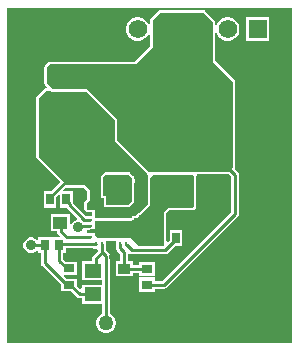
<source format=gbr>
%TF.GenerationSoftware,Altium Limited,Altium Designer,23.11.1 (41)*%
G04 Layer_Physical_Order=1*
G04 Layer_Color=255*
%FSLAX45Y45*%
%MOMM*%
%TF.SameCoordinates,5032265D-FFA5-48D7-84AC-9FA15ADA4C2D*%
%TF.FilePolarity,Positive*%
%TF.FileFunction,Copper,L1,Top,Signal*%
%TF.Part,Single*%
G01*
G75*
%TA.AperFunction,SMDPad,CuDef*%
%ADD10R,0.75000X0.90000*%
%ADD11R,0.96520X0.66040*%
%ADD12R,1.45000X1.20000*%
%ADD13R,0.45000X0.25000*%
%ADD14C,0.84115*%
%ADD15C,1.19629*%
%ADD16R,0.25000X0.45000*%
%ADD17R,0.66040X0.96520*%
%ADD18R,1.20651X1.06822*%
%ADD19R,1.05000X0.90000*%
%ADD20R,0.95000X0.80000*%
%ADD21R,0.65000X1.05000*%
%ADD22R,2.70000X1.20000*%
%ADD23R,3.17500X4.95300*%
%TA.AperFunction,Conductor*%
%ADD24C,0.25400*%
%ADD25C,0.50800*%
%TA.AperFunction,ComponentPad*%
%ADD26C,1.57000*%
%ADD27R,1.57000X1.57000*%
%TA.AperFunction,ViaPad*%
%ADD28C,0.88900*%
%ADD29C,1.14300*%
%ADD30C,1.27000*%
%ADD31C,1.01600*%
G36*
X1219200Y-1346200D02*
X-1193800D01*
Y1485900D01*
X1219200D01*
Y-1346200D01*
D02*
G37*
%LPC*%
G36*
X469900Y1468518D02*
X469899Y1468518D01*
X101600D01*
X93671Y1466941D01*
X86950Y1462450D01*
X86950Y1462449D01*
X23450Y1398950D01*
X18959Y1392229D01*
X17382Y1384300D01*
X17382Y1384299D01*
Y1342330D01*
X4682Y1340658D01*
X3185Y1346243D01*
X-9824Y1368777D01*
X-28223Y1387176D01*
X-50757Y1400185D01*
X-75890Y1406920D01*
X-101910D01*
X-127043Y1400185D01*
X-149577Y1387176D01*
X-167976Y1368777D01*
X-180985Y1346243D01*
X-187720Y1321110D01*
Y1295090D01*
X-180985Y1269957D01*
X-167976Y1247423D01*
X-149577Y1229024D01*
X-127043Y1216015D01*
X-101910Y1209280D01*
X-75890D01*
X-50757Y1216015D01*
X-28223Y1229024D01*
X-9824Y1247423D01*
X3185Y1269957D01*
X4682Y1275542D01*
X17382Y1273870D01*
Y1164282D01*
X-112931Y1033968D01*
X-831395D01*
X-839324Y1032391D01*
X-846045Y1027900D01*
X-846046Y1027900D01*
X-871445Y1002500D01*
X-875936Y995779D01*
X-877513Y987850D01*
X-877513Y987849D01*
Y848152D01*
X-877513Y848150D01*
X-875936Y840222D01*
X-871445Y833500D01*
X-871444Y833500D01*
X-857507Y819562D01*
X-862367Y807829D01*
X-867788D01*
X-867789Y807829D01*
X-875718Y806252D01*
X-882439Y801761D01*
X-941749Y742450D01*
X-941750Y742450D01*
X-946241Y735728D01*
X-947819Y727800D01*
X-947818Y727798D01*
X-947818Y229263D01*
X-947818Y229262D01*
X-946241Y221334D01*
X-941750Y214612D01*
X-941749Y214611D01*
X-743625Y16487D01*
X-825171Y-65059D01*
X-884239D01*
Y-202219D01*
X-777559D01*
Y-112671D01*
X-756272Y-91385D01*
X-744539Y-96245D01*
Y-202219D01*
X-691848D01*
X-599521Y-294546D01*
X-604937Y-307091D01*
X-626784Y-316140D01*
X-645005Y-334360D01*
X-649569Y-345380D01*
X-662269Y-342854D01*
Y-256469D01*
X-823559D01*
Y-403931D01*
X-771138D01*
Y-406832D01*
X-768575Y-419716D01*
X-761277Y-430638D01*
X-748268Y-443647D01*
X-753129Y-455380D01*
X-810620D01*
Y-455380D01*
X-814980D01*
Y-455380D01*
X-930620D01*
Y-471121D01*
X-943320Y-476381D01*
X-953911Y-465791D01*
X-977716Y-455930D01*
X-1003484D01*
X-1027289Y-465791D01*
X-1045509Y-484011D01*
X-1055370Y-507816D01*
Y-533584D01*
X-1045509Y-557389D01*
X-1027289Y-575609D01*
X-1003484Y-585470D01*
X-977716D01*
X-953911Y-575609D01*
X-943320Y-565019D01*
X-930620Y-570279D01*
Y-586020D01*
X-906467D01*
Y-672790D01*
X-903904Y-685674D01*
X-896606Y-696596D01*
X-741680Y-851522D01*
Y-910590D01*
X-652132D01*
X-600716Y-962006D01*
X-589794Y-969304D01*
X-576910Y-971867D01*
X-562720D01*
Y-1018520D01*
X-390906D01*
Y-1104697D01*
X-407067Y-1114027D01*
X-422673Y-1129633D01*
X-433708Y-1148747D01*
X-439420Y-1170065D01*
Y-1192135D01*
X-433708Y-1213453D01*
X-422673Y-1232567D01*
X-407067Y-1248173D01*
X-387953Y-1259208D01*
X-366635Y-1264920D01*
X-344565D01*
X-323247Y-1259208D01*
X-304133Y-1248173D01*
X-288527Y-1232567D01*
X-277492Y-1213453D01*
X-271780Y-1192135D01*
Y-1170065D01*
X-277492Y-1148747D01*
X-288527Y-1129633D01*
X-304133Y-1114027D01*
X-323247Y-1102992D01*
X-323572Y-1102905D01*
Y-608611D01*
X-326135Y-595727D01*
X-333433Y-584805D01*
X-354133Y-564105D01*
Y-512300D01*
X-354980Y-508041D01*
Y-483628D01*
X-270620D01*
Y-508041D01*
X-271467Y-512300D01*
Y-543997D01*
X-270620Y-548256D01*
Y-555120D01*
X-269254D01*
X-268904Y-556881D01*
X-261606Y-567804D01*
X-236867Y-592543D01*
Y-654580D01*
X-276020D01*
Y-785220D01*
X-130380D01*
Y-753567D01*
X-80520D01*
Y-780220D01*
X55120D01*
Y-659580D01*
X-80520D01*
Y-686233D01*
X-130380D01*
Y-654580D01*
X-169533D01*
Y-595827D01*
X-168413Y-594607D01*
X-156833Y-589468D01*
X-150164Y-593924D01*
X-137280Y-596486D01*
X144570D01*
X157454Y-593924D01*
X168377Y-586626D01*
X229222Y-525780D01*
X288290D01*
Y-388620D01*
X181610D01*
Y-478168D01*
X166256Y-493521D01*
X154523Y-488661D01*
Y-252631D01*
X180487Y-226668D01*
X375104D01*
X375105Y-226668D01*
X383033Y-225090D01*
X389755Y-220600D01*
X389755Y-220599D01*
X402455Y-207900D01*
X406946Y-201178D01*
X408523Y-193250D01*
X408523Y-193248D01*
Y60749D01*
X408523Y60750D01*
X407592Y65432D01*
X413039Y75109D01*
X415903Y78132D01*
X679904D01*
X679905Y78132D01*
X685869Y79319D01*
X702933Y62255D01*
Y-240055D01*
X121755Y-821233D01*
X55120D01*
Y-794580D01*
X-80520D01*
Y-915220D01*
X55120D01*
Y-888567D01*
X135700D01*
X148584Y-886004D01*
X159506Y-878706D01*
X760406Y-277806D01*
X767704Y-266884D01*
X770267Y-254000D01*
Y76200D01*
X767704Y89084D01*
X760406Y100006D01*
X734841Y125572D01*
X737146Y129022D01*
X738723Y136950D01*
X738723Y136952D01*
Y860850D01*
X737146Y868779D01*
X732655Y875500D01*
X732654Y875501D01*
X580255Y1027900D01*
X580254Y1027901D01*
X566818Y1041337D01*
Y1273870D01*
X579518Y1275542D01*
X581015Y1269957D01*
X594024Y1247423D01*
X612423Y1229024D01*
X634957Y1216015D01*
X660090Y1209280D01*
X686110D01*
X711243Y1216015D01*
X733777Y1229024D01*
X752176Y1247423D01*
X765185Y1269957D01*
X771920Y1295090D01*
Y1321110D01*
X765185Y1346243D01*
X752176Y1368777D01*
X733777Y1387176D01*
X711243Y1400185D01*
X686110Y1406920D01*
X660090D01*
X634957Y1400185D01*
X612423Y1387176D01*
X594024Y1368777D01*
X581015Y1346243D01*
X579518Y1340658D01*
X566818Y1342330D01*
Y1371599D01*
X566818Y1371600D01*
X565241Y1379529D01*
X560750Y1386250D01*
X484550Y1462450D01*
X477829Y1466941D01*
X469900Y1468518D01*
D02*
G37*
G36*
X1025920Y1406920D02*
X828280D01*
Y1209280D01*
X1025920D01*
Y1406920D01*
D02*
G37*
%LPD*%
G36*
X546100Y1371600D02*
Y1032755D01*
X565605Y1013250D01*
X718005Y860850D01*
Y136950D01*
X679905Y98850D01*
X6805D01*
X-259895Y365550D01*
Y543350D01*
X-513895Y797350D01*
X-805995D01*
X-856795Y848150D01*
Y987850D01*
X-831395Y1013250D01*
X-104350D01*
X38100Y1155700D01*
Y1384300D01*
X101600Y1447800D01*
X469900D01*
X546100Y1371600D01*
D02*
G37*
G36*
X-692778Y-32130D02*
X-684849Y-33707D01*
X-684848Y-33707D01*
X-541031D01*
X-515067Y-59671D01*
Y-131407D01*
X-534399Y-150739D01*
X-538890Y-157460D01*
X-540467Y-165389D01*
X-540467Y-165390D01*
Y-214436D01*
X-538890Y-222365D01*
X-538120Y-223517D01*
Y-237620D01*
X-524853D01*
X-521181Y-240074D01*
X-513252Y-241651D01*
X-513251Y-241651D01*
X-497541D01*
X-494278Y-242300D01*
X-492238D01*
X-490237Y-242698D01*
X-471661D01*
X-471621Y-242898D01*
X-471518Y-243053D01*
Y-271980D01*
X-490237D01*
X-495500Y-270933D01*
X-527910D01*
X-637212Y-161631D01*
Y-153959D01*
X-637859Y-150707D01*
Y-65059D01*
X-713353D01*
X-718213Y-53326D01*
X-695319Y-30432D01*
X-692778Y-32130D01*
D02*
G37*
G36*
X-820645Y782700D02*
X-813924Y778210D01*
X-805995Y776632D01*
X-805994Y776632D01*
X-522477D01*
X-280613Y534768D01*
Y365550D01*
X-279036Y357622D01*
X-278449Y356743D01*
Y355311D01*
X-275564Y352426D01*
X-274545Y350900D01*
X-274544Y350900D01*
X-7845Y84200D01*
X-6320Y83181D01*
X951Y75911D01*
Y56858D01*
X364Y55979D01*
X-1213Y48050D01*
X-1213Y48049D01*
Y-171968D01*
X-69258Y-240013D01*
X-78863Y-245558D01*
X-93287Y-259982D01*
X-98832Y-269586D01*
X-101438Y-272192D01*
X-120104D01*
X-122106Y-272591D01*
X-124146D01*
X-126031Y-273372D01*
X-128033Y-273770D01*
X-129729Y-274903D01*
X-131615Y-275684D01*
X-133058Y-277127D01*
X-134754Y-278261D01*
X-135888Y-279958D01*
X-137331Y-281401D01*
X-138111Y-283285D01*
X-139245Y-284982D01*
X-139643Y-286983D01*
X-140424Y-288869D01*
X-140739Y-290450D01*
X-140800D01*
Y-292800D01*
X-450800D01*
Y-236650D01*
X-452480Y-234970D01*
Y-221980D01*
X-490237D01*
X-495500Y-220933D01*
X-513252D01*
X-519749Y-214436D01*
Y-165389D01*
X-494349Y-139989D01*
Y-51089D01*
X-532449Y-12989D01*
X-684849D01*
X-927100Y229262D01*
X-927100Y727800D01*
X-867789Y787111D01*
X-825056D01*
X-820645Y782700D01*
D02*
G37*
G36*
X387805Y60750D02*
Y-193250D01*
X375105Y-205950D01*
X171905D01*
X133805Y-244050D01*
Y-523450D01*
X128102Y-529153D01*
X-80604D01*
X-146846Y-462910D01*
X-426346D01*
X-452480Y-436776D01*
Y-421980D01*
X-467276D01*
X-471846Y-417411D01*
X-518346D01*
Y-392410D01*
X-514403Y-388467D01*
X-495300D01*
X-491041Y-387620D01*
X-452480D01*
Y-383911D01*
X-451346D01*
Y-313966D01*
X-450800Y-313518D01*
X-140800D01*
X-132872Y-311941D01*
X-126150Y-307450D01*
X-121659Y-300728D01*
X-120104Y-292911D01*
X-92856D01*
X19505Y-180550D01*
Y48050D01*
X44905Y73450D01*
X375105D01*
X387805Y60750D01*
D02*
G37*
G36*
X-470620Y-555120D02*
X-430437D01*
X-425182Y-567820D01*
X-468306Y-610944D01*
X-475604Y-621866D01*
X-478167Y-634750D01*
Y-657880D01*
X-562720D01*
Y-818520D01*
X-390906D01*
Y-857880D01*
X-562720D01*
Y-886817D01*
X-575420Y-892078D01*
X-604520Y-862978D01*
Y-803910D01*
X-694068D01*
X-715354Y-782623D01*
X-710494Y-770890D01*
X-604520D01*
Y-664210D01*
X-694068D01*
X-719133Y-639145D01*
Y-586020D01*
X-694980D01*
Y-545967D01*
X-470620D01*
Y-555120D01*
D02*
G37*
%LPC*%
G36*
X-165100Y96919D02*
X-165101Y96918D01*
X-355600D01*
X-363528Y95341D01*
X-366221Y93542D01*
X-370250Y90850D01*
X-370250Y90849D01*
X-395650Y65450D01*
X-400141Y58729D01*
X-401718Y50800D01*
X-401718Y50799D01*
Y-104480D01*
X-400141Y-112408D01*
X-395650Y-119130D01*
X-388928Y-123621D01*
X-381000Y-125198D01*
X-375698D01*
Y-177082D01*
X-374121Y-185010D01*
X-369630Y-191732D01*
X-362909Y-196223D01*
X-354980Y-197800D01*
X-164381D01*
X-156454Y-196223D01*
X-149732Y-191732D01*
X-149731Y-191731D01*
X-125050Y-167050D01*
X-120559Y-160328D01*
X-118981Y-152400D01*
X-118982Y-152398D01*
Y-7503D01*
X-117422Y-4801D01*
X-112575Y13287D01*
Y32014D01*
X-117422Y50102D01*
X-119590Y53856D01*
X-120559Y58729D01*
X-122358Y61421D01*
X-125050Y65450D01*
X-125051Y65451D01*
X-150450Y90850D01*
X-157171Y95341D01*
X-165100Y96919D01*
D02*
G37*
%LPD*%
G36*
X-163657Y74758D02*
X-163657Y74757D01*
X-141142Y52242D01*
D01*
X-139700Y50800D01*
Y49308D01*
X-138617Y46693D01*
X-137532Y43498D01*
X-136728Y42105D01*
X-133293Y29286D01*
Y16015D01*
X-136728Y3196D01*
X-136924Y2856D01*
X-137363Y1562D01*
X-138123Y426D01*
X-138651Y-2233D01*
X-139522Y-4799D01*
X-139433Y-6162D01*
X-139700Y-7503D01*
Y-152400D01*
X-141142Y-153842D01*
X-141143Y-153843D01*
X-162939Y-175639D01*
D01*
X-164382Y-177082D01*
X-354980D01*
Y-175041D01*
Y-125198D01*
Y-104480D01*
X-381000D01*
Y-102439D01*
Y48761D01*
Y50800D01*
X-379557Y52243D01*
X-379557Y52243D01*
X-357042Y74758D01*
D01*
X-355600Y76200D01*
X-165100D01*
X-163657Y74758D01*
D02*
G37*
D10*
X-752800Y-520700D02*
D03*
X-872800D02*
D03*
D11*
X-673100Y-857250D02*
D03*
Y-717550D02*
D03*
D12*
X-469900Y-938200D02*
D03*
Y-738200D02*
D03*
D13*
X-495300Y-354800D02*
D03*
Y-454800D02*
D03*
Y-404800D02*
D03*
Y-304800D02*
D03*
Y-254800D02*
D03*
Y-204800D02*
D03*
D14*
X-286701Y-244531D02*
D03*
D15*
X-284749Y-396339D02*
D03*
D16*
X-437800Y-147300D02*
D03*
X-387800D02*
D03*
X-337800D02*
D03*
X-287800D02*
D03*
X-237800D02*
D03*
X-187800D02*
D03*
Y-512300D02*
D03*
X-237800D02*
D03*
X-287800D02*
D03*
X-337800D02*
D03*
X-387800D02*
D03*
X-437800D02*
D03*
D17*
X-691199Y-133639D02*
D03*
X-830899D02*
D03*
X234950Y-457200D02*
D03*
X95250D02*
D03*
D18*
X-908086Y-330200D02*
D03*
X-742914D02*
D03*
D19*
X-203200Y-854900D02*
D03*
Y-719900D02*
D03*
D20*
X-12700D02*
D03*
Y-854900D02*
D03*
D21*
X250100Y-279400D02*
D03*
X80100D02*
D03*
D22*
X558800Y-3000D02*
D03*
Y257000D02*
D03*
D23*
X203200Y520700D02*
D03*
X-698500D02*
D03*
D24*
X-990600Y-520700D02*
X-872800D01*
X-657860Y-857250D02*
X-576910Y-938200D01*
X-444500D01*
X-872800Y-672790D02*
Y-520700D01*
X-688340Y-857250D02*
X-673100D01*
X-872800Y-672790D02*
X-688340Y-857250D01*
X-673100D02*
X-657860D01*
X-572912Y-371050D02*
X-556663Y-354800D01*
X-590095Y-371050D02*
X-572912D01*
X-556663Y-354800D02*
X-495300D01*
X-1066800Y-330200D02*
X-908086D01*
X603705Y209095D02*
Y568750D01*
X-237800Y-543997D02*
X-203200Y-578597D01*
X-237800Y-543997D02*
Y-512300D01*
X-203200Y-719900D02*
Y-578597D01*
X-357239Y-1179461D02*
Y-608611D01*
X-387800Y-578050D02*
X-357239Y-608611D01*
Y-1179461D02*
X-355600Y-1181100D01*
X-830899Y-118399D02*
X-626350Y86150D01*
X-830899Y-133639D02*
Y-118399D01*
X-626350Y86150D02*
X-450395D01*
X-12700Y-854900D02*
X135700D01*
X736600Y-254000D02*
Y76200D01*
X135700Y-854900D02*
X736600Y-254000D01*
X603705Y209095D02*
X736600Y76200D01*
X-203200Y-1011200D02*
Y-854900D01*
X-387800Y-578050D02*
Y-512300D01*
X-444500Y-634750D02*
X-387800Y-578050D01*
X-444500Y-738200D02*
Y-634750D01*
X-744400Y-512300D02*
X-437800D01*
X-752800Y-520700D02*
X-744400Y-512300D01*
X-688340Y-717550D02*
X-673100D01*
X-752800Y-653090D02*
X-688340Y-717550D01*
X-752800Y-653090D02*
Y-520700D01*
X250100Y-279400D02*
X406400D01*
X552905Y-8895D02*
X558800Y-3000D01*
X-742914Y-330200D02*
X-737471Y-335643D01*
Y-406832D02*
Y-335643D01*
Y-406832D02*
X-689503Y-454800D01*
X-495300D01*
X-203200Y-719900D02*
X-12700D01*
X-187800Y-521900D02*
Y-512300D01*
X-187600Y-522100D02*
X-178000D01*
X-137280Y-562820D02*
X144570D01*
X-187800Y-521900D02*
X-187600Y-522100D01*
X-178000D02*
X-137280Y-562820D01*
X234950Y-472440D02*
Y-457200D01*
X144570Y-562820D02*
X234950Y-472440D01*
X-670879Y-175576D02*
X-541855Y-304600D01*
X-670879Y-175576D02*
Y-153959D01*
X-495500Y-304600D02*
X-495300Y-304800D01*
X-541855Y-304600D02*
X-495500D01*
X-691199Y-133639D02*
X-670879Y-153959D01*
X-527197Y-254600D02*
X-495500D01*
X-495300Y-254800D01*
X-577395Y-204402D02*
X-527197Y-254600D01*
X-577395Y-204402D02*
Y-78950D01*
D25*
X552905Y-183150D02*
Y-8895D01*
D26*
X-88900Y1308100D02*
D03*
X-850900D02*
D03*
X-596900D02*
D03*
X-342900D02*
D03*
X165100D02*
D03*
X419100D02*
D03*
X673100D02*
D03*
D27*
X927100D02*
D03*
D28*
X-990600Y-520700D02*
D03*
X-590095Y-371050D02*
D03*
X-1066800Y-330200D02*
D03*
X-292100Y-622300D02*
D03*
X552905Y-183150D02*
D03*
X-203200Y-1011200D02*
D03*
X406400Y-279400D02*
D03*
X-56695Y-91650D02*
D03*
X-577395Y-78950D02*
D03*
X-450395Y86150D02*
D03*
Y-40850D02*
D03*
D29*
X-221795Y898950D02*
D03*
X-56695D02*
D03*
X108405D02*
D03*
X273505D02*
D03*
X-31295Y-472650D02*
D03*
X298905Y-129750D02*
D03*
X438605Y733850D02*
D03*
X603705D02*
D03*
X438605Y898950D02*
D03*
X-386895D02*
D03*
X-31295Y-307550D02*
D03*
X133805Y-129750D02*
D03*
Y9950D02*
D03*
X298905D02*
D03*
X603705Y568750D02*
D03*
D30*
X-355600Y-1181100D02*
D03*
D31*
X-183695Y22650D02*
D03*
X-323395D02*
D03*
%TF.MD5,368675b8796f2226240142c5b382c9a0*%
M02*

</source>
